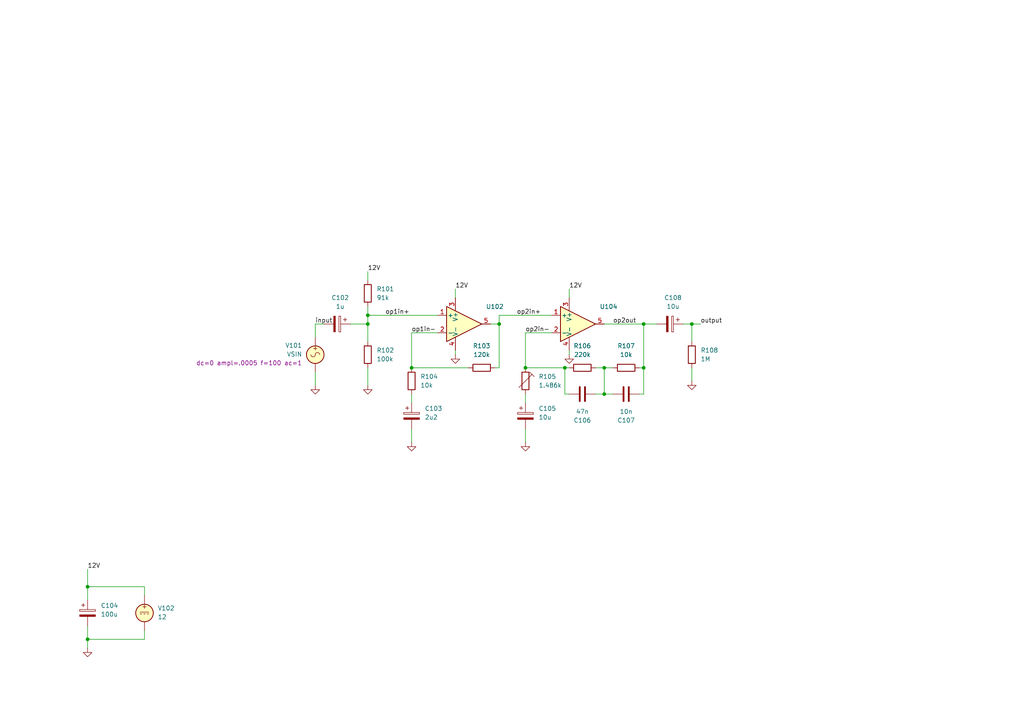
<source format=kicad_sch>
(kicad_sch (version 20231120) (generator "eeschema") (generator_version "8.0")
  (paper "A4")
  (lib_symbols
    (symbol "Device:C" (pin_numbers hide) (pin_names (offset 0.254))
      (property "Reference" "C" (at 0.635 2.54 0))
      (property "Value" "C" (at 0.635 -2.54 0))
      (symbol "C_0_1"
        (polyline (pts (xy -2.032 -0.762) (xy 2.032 -0.762)) (stroke (width 0.508)))
        (polyline (pts (xy -2.032 0.762) (xy 2.032 0.762)) (stroke (width 0.508)))
      )
      (symbol "C_1_1"
        (pin passive line (at 0 3.81 270) (length 2.794) (name "~") (number "1"))
        (pin passive line (at 0 -3.81 90) (length 2.794) (name "~") (number "2"))
      )
    )
    (symbol "Device:C_Polarized" (pin_numbers hide) (pin_names (offset 0.254))
      (property "Reference" "C" (at 0.635 2.54 0))
      (property "Value" "C_Polarized" (at 0.635 -2.54 0))
      (symbol "C_Polarized_0_1"
        (rectangle (start -2.286 0.508) (end 2.286 1.016))
        (polyline (pts (xy -1.778 2.286) (xy -0.762 2.286)))
        (polyline (pts (xy -1.27 2.794) (xy -1.27 1.778)))
        (rectangle (start 2.286 -0.508) (end -2.286 -1.016) (fill (type outline)))
      )
      (symbol "C_Polarized_1_1"
        (pin passive line (at 0 3.81 270) (length 2.794) (name "~") (number "1"))
        (pin passive line (at 0 -3.81 90) (length 2.794) (name "~") (number "2"))
      )
    )
    (symbol "Device:R" (pin_numbers hide) (pin_names (offset 0))
      (property "Reference" "R" (at 2.032 0 90))
      (property "Value" "R" (at 0 0 90))
      (symbol "R_0_1"
        (rectangle (start -1.016 -2.54) (end 1.016 2.54) (stroke (width 0.254)))
      )
      (symbol "R_1_1"
        (pin passive line (at 0 3.81 270) (length 1.27) (name "~") (number "1"))
        (pin passive line (at 0 -3.81 90) (length 1.27) (name "~") (number "2"))
      )
    )
    (symbol "Device:R_Trim" (pin_numbers hide) (pin_names (offset 0))
      (property "Reference" "R" (at 2.54 -2.54 90))
      (property "Value" "R_Trim" (at -2.54 -0.635 90))
      (symbol "R_Trim_0_1"
        (rectangle (start -1.016 -2.54) (end 1.016 2.54) (stroke (width 0.254)))
        (polyline (pts (xy -1.905 -1.905) (xy 1.905 1.905) (xy 2.54 1.27) (xy 1.27 2.54)))
      )
      (symbol "R_Trim_1_1"
        (pin passive line (at 0 3.81 270) (length 1.27) (name "~") (number "1"))
        (pin passive line (at 0 -3.81 90) (length 1.27) (name "~") (number "2"))
      )
    )
    (symbol "Simulation_SPICE:OPAMP" (pin_names (offset 0.254))
      (property "Reference" "U" (at 3.81 3.175 0))
      (property "Value" "${SIM.PARAMS}" (at 3.81 -3.175 0))
      (symbol "OPAMP_0_1"
        (polyline (pts (xy 5.08 0) (xy -5.08 5.08) (xy -5.08 -5.08) (xy 5.08 0)) (stroke (width 0.254)) (fill (type background)))
      )
      (symbol "OPAMP_1_1"
        (pin input line (at -7.62 2.54 0) (length 2.54) (name "+") (number "1"))
        (pin input line (at -7.62 -2.54 0) (length 2.54) (name "-") (number "2"))
        (pin power_in line (at -2.54 7.62 270) (length 3.81) (name "V+") (number "3"))
        (pin power_in line (at -2.54 -7.62 90) (length 3.81) (name "V-") (number "4"))
        (pin output line (at 7.62 0 180) (length 2.54) (name "~") (number "5"))
      )
    )
    (symbol "Simulation_SPICE:VDC" (pin_numbers hide) (pin_names (offset 0.0254))
      (property "Reference" "V" (at 2.54 2.54 0))
      (property "Value" "1" (at 2.54 0 0))
      (symbol "VDC_0_0"
        (polyline (pts (xy -1.27 0.254) (xy 1.27 0.254)))
        (polyline (pts (xy -0.762 -0.254) (xy -1.27 -0.254)))
        (polyline (pts (xy 0.254 -0.254) (xy -0.254 -0.254)))
        (polyline (pts (xy 1.27 -0.254) (xy 0.762 -0.254)))
        (text "+" (at 0 1.905 0) (effects (font (size 1.27 1.27))))
      )
      (symbol "VDC_0_1"
        (circle (center 0 0) (radius 2.54) (stroke (width 0.254)) (fill (type background)))
      )
      (symbol "VDC_1_1"
        (pin passive line (at 0 5.08 270) (length 2.54) (name "~") (number "1"))
        (pin passive line (at 0 -5.08 90) (length 2.54) (name "~") (number "2"))
      )
    )
    (symbol "Simulation_SPICE:VSIN" (pin_numbers hide) (pin_names (offset 0.0254))
      (property "Reference" "V" (at 2.54 2.54 0))
      (property "Value" "VSIN" (at 2.54 0 0))
      (property "Sim.Params" "dc=0 ampl=1 f=1k ac=1" (at 2.54 -2.54 0))
      (symbol "VSIN_0_0"
        (arc (start 0 0) (mid -0.635 0.6323) (end -1.27 0))
        (arc (start 0 0) (mid 0.635 -0.6323) (end 1.27 0))
        (text "+" (at 0 1.905 0) (effects (font (size 1.27 1.27))))
      )
      (symbol "VSIN_0_1"
        (circle (center 0 0) (radius 2.54) (stroke (width 0.254)) (fill (type background)))
      )
      (symbol "VSIN_1_1"
        (pin passive line (at 0 5.08 270) (length 2.54) (name "~") (number "1"))
        (pin passive line (at 0 -5.08 90) (length 2.54) (name "~") (number "2"))
      )
    )
    (symbol "power:GND" (power) (pin_numbers hide) (pin_names (offset 0) hide)
      (property "Value" "GND" (at 0 -3.81 0))
      (symbol "GND_0_1"
        (polyline (pts (xy 0 0) (xy 0 -1.27) (xy 1.27 -1.27) (xy 0 -2.54) (xy -1.27 -1.27) (xy 0 -1.27)))
      )
      (symbol "GND_1_1"
        (pin power_in line (at 0 0 270) (length 0) (name "~") (number "1"))
      )
    )
  )
  (junction (at 106.68 93.98))
  (junction (at 175.26 114.3))
  (junction (at 200.66 93.98))
  (junction (at 186.69 93.98))
  (junction (at 25.4 170.18))
  (junction (at 163.83 106.68))
  (junction (at 25.4 185.42))
  (junction (at 152.4 106.68))
  (junction (at 119.38 106.68))
  (junction (at 106.68 91.44))
  (junction (at 186.69 106.68))
  (junction (at 144.78 93.98))
  (junction (at 175.26 106.68))
  (wire (pts (xy 165.1 101.6) (xy 165.1 102.87)))
  (wire (pts (xy 163.83 114.3) (xy 165.1 114.3)))
  (wire (pts (xy 25.4 165.1) (xy 25.4 170.18)))
  (wire (pts (xy 152.4 114.3) (xy 152.4 116.84)))
  (wire (pts (xy 175.26 93.98) (xy 186.69 93.98)))
  (wire (pts (xy 186.69 114.3) (xy 185.42 114.3)))
  (wire (pts (xy 143.51 106.68) (xy 144.78 106.68)))
  (wire (pts (xy 200.66 106.68) (xy 200.66 110.49)))
  (wire (pts (xy 91.44 93.98) (xy 93.98 93.98)))
  (wire (pts (xy 91.44 107.95) (xy 91.44 111.76)))
  (wire (pts (xy 175.26 114.3) (xy 177.8 114.3)))
  (wire (pts (xy 172.72 106.68) (xy 175.26 106.68)))
  (wire (pts (xy 175.26 106.68) (xy 177.8 106.68)))
  (wire (pts (xy 25.4 170.18) (xy 25.4 173.99)))
  (wire (pts (xy 106.68 88.9) (xy 106.68 91.44)))
  (wire (pts (xy 101.6 93.98) (xy 106.68 93.98)))
  (wire (pts (xy 144.78 93.98) (xy 142.24 93.98)))
  (wire (pts (xy 186.69 106.68) (xy 185.42 106.68)))
  (wire (pts (xy 172.72 114.3) (xy 175.26 114.3)))
  (wire (pts (xy 144.78 91.44) (xy 160.02 91.44)))
  (wire (pts (xy 152.4 106.68) (xy 163.83 106.68)))
  (wire (pts (xy 175.26 106.68) (xy 175.26 114.3)))
  (wire (pts (xy 186.69 106.68) (xy 186.69 114.3)))
  (wire (pts (xy 186.69 93.98) (xy 190.5 93.98)))
  (wire (pts (xy 41.91 182.88) (xy 41.91 185.42)))
  (wire (pts (xy 91.44 97.79) (xy 91.44 93.98)))
  (wire (pts (xy 198.12 93.98) (xy 200.66 93.98)))
  (wire (pts (xy 186.69 93.98) (xy 186.69 106.68)))
  (wire (pts (xy 25.4 185.42) (xy 25.4 187.96)))
  (wire (pts (xy 119.38 96.52) (xy 127 96.52)))
  (wire (pts (xy 119.38 124.46) (xy 119.38 128.27)))
  (wire (pts (xy 144.78 106.68) (xy 144.78 93.98)))
  (wire (pts (xy 152.4 124.46) (xy 152.4 128.27)))
  (wire (pts (xy 144.78 91.44) (xy 144.78 93.98)))
  (wire (pts (xy 106.68 93.98) (xy 106.68 99.06)))
  (wire (pts (xy 25.4 181.61) (xy 25.4 185.42)))
  (wire (pts (xy 119.38 96.52) (xy 119.38 106.68)))
  (wire (pts (xy 41.91 185.42) (xy 25.4 185.42)))
  (wire (pts (xy 119.38 106.68) (xy 135.89 106.68)))
  (wire (pts (xy 132.08 83.82) (xy 132.08 86.36)))
  (wire (pts (xy 106.68 91.44) (xy 127 91.44)))
  (wire (pts (xy 119.38 114.3) (xy 119.38 116.84)))
  (wire (pts (xy 163.83 106.68) (xy 165.1 106.68)))
  (wire (pts (xy 163.83 106.68) (xy 163.83 114.3)))
  (wire (pts (xy 106.68 78.74) (xy 106.68 81.28)))
  (wire (pts (xy 152.4 96.52) (xy 152.4 106.68)))
  (wire (pts (xy 106.68 91.44) (xy 106.68 93.98)))
  (wire (pts (xy 25.4 170.18) (xy 41.91 170.18)))
  (wire (pts (xy 106.68 106.68) (xy 106.68 111.76)))
  (wire (pts (xy 165.1 83.82) (xy 165.1 86.36)))
  (wire (pts (xy 200.66 93.98) (xy 203.2 93.98)))
  (wire (pts (xy 200.66 93.98) (xy 200.66 99.06)))
  (wire (pts (xy 41.91 172.72) (xy 41.91 170.18)))
  (wire (pts (xy 132.08 101.6) (xy 132.08 102.87)))
  (wire (pts (xy 152.4 96.52) (xy 160.02 96.52)))
  (label "op1in+" (at 111.76 91.44 0))
  (label "input" (at 91.44 93.98 0))
  (label "op2in-" (at 152.4 96.52 0))
  (label "op2out" (at 177.8 93.98 0))
  (label "op1in-" (at 119.38 96.52 0))
  (label "12V" (at 25.4 165.1 0))
  (label "op2in+" (at 149.86 91.44 0))
  (label "12V" (at 106.68 78.74 0))
  (label "output" (at 203.2 93.98 0))
  (label "12V" (at 165.1 83.82 0))
  (label "12V" (at 132.08 83.82 0))
  (symbol (lib_id "power:GND") (at 91.44 111.76 0) (unit 1)
    (property "Reference" "#PWR0101" (effects (hide yes)))
    (property "Value" "GND" (effects (hide yes)))
    (property "Description" "Power symbol creates a global label with name \"GND\" , ground" (effects (hide yes)))
  )
  (symbol (lib_id "Device:R_Trim") (at 152.4 110.49 0) (unit 1)
    (property "Reference" "R105" (at 156.21 109.2199 0) (effects (justify left)))
    (property "Value" "1.486k" (at 156.21 111.7599 0) (effects (justify left)))
    (property "Description" "Trimmable resistor (preset resistor)" (effects (hide yes)))
    (property "Sim.Device" "R" (effects (hide yes)))
    (property "Sim.Pins" "1=+ 2=-" (effects (hide yes)))
  )
  (symbol (lib_id "Device:C_Polarized") (at 25.4 177.8 0) (unit 1)
    (property "Reference" "C104" (at 29.21 175.6409 0) (effects (justify left)))
    (property "Value" "100u" (at 29.21 178.1809 0) (effects (justify left)))
    (property "Description" "Polarized capacitor" (effects (hide yes)))
  )
  (symbol (lib_id "power:GND") (at 165.1 102.87 0) (unit 1)
    (property "Reference" "#PWR0115" (effects (hide yes)))
    (property "Value" "GND" (effects (hide yes)))
    (property "Description" "Power symbol creates a global label with name \"GND\" , ground" (effects (hide yes)))
  )
  (symbol (lib_id "Simulation_SPICE:OPAMP") (at 167.64 93.98 0) (unit 1)
    (property "Reference" "U104" (at 176.53 88.9314 0))
    (property "Value" "${SIM.PARAMS}" (at 176.53 90.8365 0))
    (property "Datasheet" "https://ngspice.sourceforge.io/docs/ngspice-html-manual/manual.xhtml#sec__SUBCKT_Subcircuits" (effects (hide yes)))
    (property "Description" "Operational amplifier, single, node sequence=1:+ 2:- 3:OUT 4:V+ 5:V-" (effects (hide yes)))
    (property "Sim.Pins" "1=1 2=2 3=3 4=4 5=5" (effects (hide yes)))
    (property "Sim.Device" "SUBCKT" (effects (hide yes)))
    (property "Sim.Library" "TL072.sub" (effects (hide yes)))
    (property "Sim.Name" "TL072" (effects (hide yes)))
  )
  (symbol (lib_id "Device:R") (at 106.68 85.09 180) (unit 1)
    (property "Reference" "R101" (at 109.22 83.8199 0) (effects (justify right)))
    (property "Value" "91k" (at 109.22 86.3599 0) (effects (justify right)))
    (property "Description" "Resistor" (effects (hide yes)))
  )
  (symbol (lib_id "Device:C_Polarized") (at 194.31 93.98 270) (unit 1)
    (property "Reference" "C108" (at 195.199 86.36 90))
    (property "Value" "10u" (at 195.199 88.9 90))
    (property "Description" "Polarized capacitor" (effects (hide yes)))
  )
  (symbol (lib_id "Device:C_Polarized") (at 152.4 120.65 0) (unit 1)
    (property "Reference" "C105" (at 156.21 118.4909 0) (effects (justify left)))
    (property "Value" "10u" (at 156.21 121.0309 0) (effects (justify left)))
    (property "Description" "Polarized capacitor" (effects (hide yes)))
    (property "Sim.Device" "C" (effects (hide yes)))
    (property "Sim.Pins" "1=+ 2=-" (effects (hide yes)))
  )
  (symbol (lib_id "power:GND") (at 132.08 102.87 0) (unit 1)
    (property "Reference" "#PWR0102" (effects (hide yes)))
    (property "Value" "GND" (effects (hide yes)))
    (property "Description" "Power symbol creates a global label with name \"GND\" , ground" (effects (hide yes)))
  )
  (symbol (lib_id "Device:C") (at 168.91 114.3 270) (mirror x) (unit 1)
    (property "Reference" "C106" (at 168.91 121.92 90))
    (property "Value" "47n" (at 168.91 119.38 90))
    (property "Description" "Unpolarized capacitor" (effects (hide yes)))
    (property "Sim.Device" "C" (effects (hide yes)))
    (property "Sim.Pins" "1=+ 2=-" (effects (hide yes)))
  )
  (symbol (lib_id "Device:R") (at 119.38 110.49 180) (unit 1)
    (property "Reference" "R104" (at 121.92 109.2199 0) (effects (justify right)))
    (property "Value" "10k" (at 121.92 111.7599 0) (effects (justify right)))
    (property "Description" "Resistor" (effects (hide yes)))
  )
  (symbol (lib_id "power:GND") (at 152.4 128.27 0) (unit 1)
    (property "Reference" "#PWR0107" (effects (hide yes)))
    (property "Value" "GND" (effects (hide yes)))
    (property "Description" "Power symbol creates a global label with name \"GND\" , ground" (effects (hide yes)))
  )
  (symbol (lib_id "Device:R") (at 106.68 102.87 180) (unit 1)
    (property "Reference" "R102" (at 109.22 101.5999 0) (effects (justify right)))
    (property "Value" "100k" (at 109.22 104.1399 0) (effects (justify right)))
    (property "Description" "Resistor" (effects (hide yes)))
  )
  (symbol (lib_id "power:GND") (at 119.38 128.27 0) (unit 1)
    (property "Reference" "#PWR0103" (effects (hide yes)))
    (property "Value" "GND" (effects (hide yes)))
    (property "Description" "Power symbol creates a global label with name \"GND\" , ground" (effects (hide yes)))
  )
  (symbol (lib_id "power:GND") (at 200.66 110.49 0) (unit 1)
    (property "Reference" "#PWR0104" (effects (hide yes)))
    (property "Value" "GND" (effects (hide yes)))
    (property "Description" "Power symbol creates a global label with name \"GND\" , ground" (effects (hide yes)))
  )
  (symbol (lib_id "power:GND") (at 25.4 187.96 0) (unit 1)
    (property "Reference" "#PWR0105" (effects (hide yes)))
    (property "Value" "GND" (effects (hide yes)))
    (property "Description" "Power symbol creates a global label with name \"GND\" , ground" (effects (hide yes)))
  )
  (symbol (lib_id "Simulation_SPICE:VSIN") (at 91.44 102.87 0) (mirror y) (unit 1)
    (property "Reference" "V101" (at 87.63 100.2001 0) (effects (justify left)))
    (property "Value" "VSIN" (at 87.63 102.7401 0) (effects (justify left)))
    (property "Datasheet" "https://ngspice.sourceforge.io/docs/ngspice-html-manual/manual.xhtml#sec_Independent_Sources_for" (effects (hide yes)))
    (property "Description" "Voltage source, sinusoidal" (effects (hide yes)))
    (property "Sim.Pins" "1=+ 2=-" (effects (hide yes)))
    (property "Sim.Params" "dc=0 ampl=.0005 f=100 ac=1" (at 87.63 105.2801 0) (effects (justify left)))
    (property "Sim.Type" "SIN" (effects (hide yes)))
    (property "Sim.Device" "V" (effects (hide yes)))
  )
  (symbol (lib_id "Device:R") (at 139.7 106.68 90) (unit 1)
    (property "Reference" "R103" (at 139.7 100.33 90))
    (property "Value" "120k" (at 139.7 102.87 90))
    (property "Description" "Resistor" (effects (hide yes)))
  )
  (symbol (lib_id "Device:R") (at 181.61 106.68 270) (unit 1)
    (property "Reference" "R107" (at 181.61 100.33 90))
    (property "Value" "10k" (at 181.61 102.87 90))
    (property "Description" "Resistor" (effects (hide yes)))
    (property "Sim.Device" "R" (effects (hide yes)))
    (property "Sim.Pins" "1=+ 2=-" (effects (hide yes)))
  )
  (symbol (lib_id "Device:C_Polarized") (at 97.79 93.98 270) (unit 1)
    (property "Reference" "C102" (at 98.679 86.36 90))
    (property "Value" "1u" (at 98.679 88.9 90))
    (property "Description" "Polarized capacitor" (effects (hide yes)))
  )
  (symbol (lib_id "Device:R") (at 200.66 102.87 180) (unit 1)
    (property "Reference" "R108" (at 203.2 101.5999 0) (effects (justify right)))
    (property "Value" "1M" (at 203.2 104.1399 0) (effects (justify right)))
    (property "Description" "Resistor" (effects (hide yes)))
  )
  (symbol (lib_id "Simulation_SPICE:OPAMP") (at 134.62 93.98 0) (unit 1)
    (property "Reference" "U102" (at 143.51 88.9314 0))
    (property "Value" "${SIM.PARAMS}" (at 143.51 90.8365 0))
    (property "Datasheet" "https://ngspice.sourceforge.io/docs/ngspice-html-manual/manual.xhtml#sec__SUBCKT_Subcircuits" (effects (hide yes)))
    (property "Description" "Operational amplifier, single, node sequence=1:+ 2:- 3:OUT 4:V+ 5:V-" (effects (hide yes)))
    (property "Sim.Pins" "1=1 2=2 3=3 4=4 5=5" (effects (hide yes)))
    (property "Sim.Device" "SUBCKT" (effects (hide yes)))
    (property "Sim.Library" "NE532.sub" (effects (hide yes)))
    (property "Sim.Name" "NE5532" (effects (hide yes)))
  )
  (symbol (lib_id "power:GND") (at 106.68 111.76 0) (unit 1)
    (property "Reference" "#PWR0108" (effects (hide yes)))
    (property "Value" "GND" (effects (hide yes)))
    (property "Description" "Power symbol creates a global label with name \"GND\" , ground" (effects (hide yes)))
  )
  (symbol (lib_id "Device:C_Polarized") (at 119.38 120.65 0) (unit 1)
    (property "Reference" "C103" (at 123.19 118.4909 0) (effects (justify left)))
    (property "Value" "2u2" (at 123.19 121.0309 0) (effects (justify left)))
    (property "Description" "Polarized capacitor" (effects (hide yes)))
  )
  (symbol (lib_id "Device:C") (at 181.61 114.3 270) (mirror x) (unit 1)
    (property "Reference" "C107" (at 181.61 121.92 90))
    (property "Value" "10n" (at 181.61 119.38 90))
    (property "Description" "Unpolarized capacitor" (effects (hide yes)))
    (property "Sim.Device" "C" (effects (hide yes)))
    (property "Sim.Pins" "1=+ 2=-" (effects (hide yes)))
  )
  (symbol (lib_id "Simulation_SPICE:VDC") (at 41.91 177.8 0) (unit 1)
    (property "Reference" "V102" (at 45.72 176.4001 0) (effects (justify left)))
    (property "Value" "12" (at 45.72 178.9401 0) (effects (justify left)))
    (property "Datasheet" "https://ngspice.sourceforge.io/docs/ngspice-html-manual/manual.xhtml#sec_Independent_Sources_for" (effects (hide yes)))
    (property "Description" "Voltage source, DC" (effects (hide yes)))
    (property "Sim.Pins" "1=+ 2=-" (effects (hide yes)))
    (property "Sim.Type" "DC" (effects (hide yes)))
    (property "Sim.Device" "V" (effects (hide yes)))
  )
  (symbol (lib_id "Device:R") (at 168.91 106.68 90) (unit 1)
    (property "Reference" "R106" (at 168.91 100.33 90))
    (property "Value" "220k" (at 168.91 102.87 90))
    (property "Description" "Resistor" (effects (hide yes)))
    (property "Sim.Device" "R" (effects (hide yes)))
    (property "Sim.Pins" "1=+ 2=-" (effects (hide yes)))
  )
)
</source>
